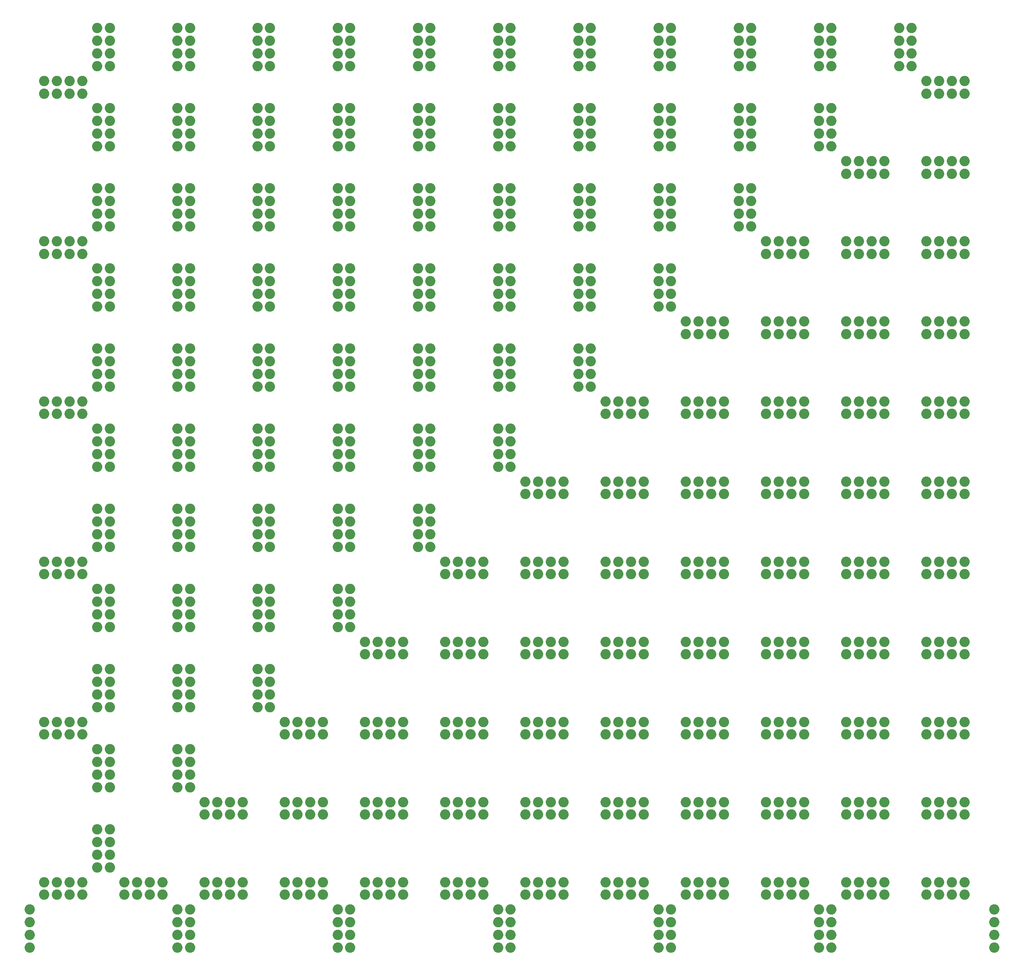
<source format=gbs>
G04 DipTrace 2.4.0.2*
%IN144xAPA102Cx16mm.gbs*%
%MOMM*%
%ADD31C,2.05*%
%FSLAX53Y53*%
G04*
G71*
G90*
G75*
G01*
%LNBotMask*%
%LPD*%
D31*
X11250Y16730D3*
Y19270D3*
Y14190D3*
Y21810D3*
X203750Y16730D3*
Y19270D3*
Y14190D3*
Y21810D3*
X19270Y27250D3*
Y24750D3*
X16730Y27250D3*
Y24750D3*
X21810Y27250D3*
Y24750D3*
X14190Y27250D3*
Y24750D3*
X27250Y32730D3*
X24750D3*
X27250Y35270D3*
X24750D3*
X27250Y30190D3*
X24750D3*
X27250Y37810D3*
X24750D3*
X32730Y24750D3*
Y27250D3*
X35270Y24750D3*
Y27250D3*
X30190Y24750D3*
Y27250D3*
X37810Y24750D3*
Y27250D3*
X43250Y16730D3*
X40750D3*
X43250Y19270D3*
X40750D3*
X43250Y14190D3*
X40750D3*
X43250Y21810D3*
X40750D3*
X51270Y27250D3*
Y24750D3*
X48730Y27250D3*
Y24750D3*
X53810Y27250D3*
Y24750D3*
X46190Y27250D3*
Y24750D3*
X51270Y43250D3*
Y40750D3*
X48730Y43250D3*
Y40750D3*
X53810Y43250D3*
Y40750D3*
X46190Y43250D3*
Y40750D3*
X40750Y51270D3*
X43250D3*
X40750Y48730D3*
X43250D3*
X40750Y53810D3*
X43250D3*
X40750Y46190D3*
X43250D3*
X24750Y51270D3*
X27250D3*
X24750Y48730D3*
X27250D3*
X24750Y53810D3*
X27250D3*
X24750Y46190D3*
X27250D3*
X19270Y59250D3*
Y56750D3*
X16730Y59250D3*
Y56750D3*
X21810Y59250D3*
Y56750D3*
X14190Y59250D3*
Y56750D3*
X27250Y64730D3*
X24750D3*
X27250Y67270D3*
X24750D3*
X27250Y62190D3*
X24750D3*
X27250Y69810D3*
X24750D3*
X43250Y64730D3*
X40750D3*
X43250Y67270D3*
X40750D3*
X43250Y62190D3*
X40750D3*
X43250Y69810D3*
X40750D3*
X59250Y64730D3*
X56750D3*
X59250Y67270D3*
X56750D3*
X59250Y62190D3*
X56750D3*
X59250Y69810D3*
X56750D3*
X64730Y56750D3*
Y59250D3*
X67270Y56750D3*
Y59250D3*
X62190Y56750D3*
Y59250D3*
X69810Y56750D3*
Y59250D3*
X64730Y40750D3*
Y43250D3*
X67270Y40750D3*
Y43250D3*
X62190Y40750D3*
Y43250D3*
X69810Y40750D3*
Y43250D3*
X64730Y24750D3*
Y27250D3*
X67270Y24750D3*
Y27250D3*
X62190Y24750D3*
Y27250D3*
X69810Y24750D3*
Y27250D3*
X75250Y16730D3*
X72750D3*
X75250Y19270D3*
X72750D3*
X75250Y14190D3*
X72750D3*
X75250Y21810D3*
X72750D3*
X83270Y27250D3*
Y24750D3*
X80730Y27250D3*
Y24750D3*
X85810Y27250D3*
Y24750D3*
X78190Y27250D3*
Y24750D3*
X83270Y43250D3*
Y40750D3*
X80730Y43250D3*
Y40750D3*
X85810Y43250D3*
Y40750D3*
X78190Y43250D3*
Y40750D3*
X83270Y59250D3*
Y56750D3*
X80730Y59250D3*
Y56750D3*
X85810Y59250D3*
Y56750D3*
X78190Y59250D3*
Y56750D3*
X83270Y75250D3*
Y72750D3*
X80730Y75250D3*
Y72750D3*
X85810Y75250D3*
Y72750D3*
X78190Y75250D3*
Y72750D3*
X72750Y83270D3*
X75250D3*
X72750Y80730D3*
X75250D3*
X72750Y85810D3*
X75250D3*
X72750Y78190D3*
X75250D3*
X56750Y83270D3*
X59250D3*
X56750Y80730D3*
X59250D3*
X56750Y85810D3*
X59250D3*
X56750Y78190D3*
X59250D3*
X40750Y83270D3*
X43250D3*
X40750Y80730D3*
X43250D3*
X40750Y85810D3*
X43250D3*
X40750Y78190D3*
X43250D3*
X24750Y83270D3*
X27250D3*
X24750Y80730D3*
X27250D3*
X24750Y85810D3*
X27250D3*
X24750Y78190D3*
X27250D3*
X19270Y91250D3*
Y88750D3*
X16730Y91250D3*
Y88750D3*
X21810Y91250D3*
Y88750D3*
X14190Y91250D3*
Y88750D3*
X27250Y96730D3*
X24750D3*
X27250Y99270D3*
X24750D3*
X27250Y94190D3*
X24750D3*
X27250Y101810D3*
X24750D3*
X43250Y96730D3*
X40750D3*
X43250Y99270D3*
X40750D3*
X43250Y94190D3*
X40750D3*
X43250Y101810D3*
X40750D3*
X59250Y96730D3*
X56750D3*
X59250Y99270D3*
X56750D3*
X59250Y94190D3*
X56750D3*
X59250Y101810D3*
X56750D3*
X75250Y96730D3*
X72750D3*
X75250Y99270D3*
X72750D3*
X75250Y94190D3*
X72750D3*
X75250Y101810D3*
X72750D3*
X91250Y96730D3*
X88750D3*
X91250Y99270D3*
X88750D3*
X91250Y94190D3*
X88750D3*
X91250Y101810D3*
X88750D3*
X96730Y88750D3*
Y91250D3*
X99270Y88750D3*
Y91250D3*
X94190Y88750D3*
Y91250D3*
X101810Y88750D3*
Y91250D3*
X96730Y72750D3*
Y75250D3*
X99270Y72750D3*
Y75250D3*
X94190Y72750D3*
Y75250D3*
X101810Y72750D3*
Y75250D3*
X96730Y56750D3*
Y59250D3*
X99270Y56750D3*
Y59250D3*
X94190Y56750D3*
Y59250D3*
X101810Y56750D3*
Y59250D3*
X96730Y40750D3*
Y43250D3*
X99270Y40750D3*
Y43250D3*
X94190Y40750D3*
Y43250D3*
X101810Y40750D3*
Y43250D3*
X96730Y24750D3*
Y27250D3*
X99270Y24750D3*
Y27250D3*
X94190Y24750D3*
Y27250D3*
X101810Y24750D3*
Y27250D3*
X107250Y16730D3*
X104750D3*
X107250Y19270D3*
X104750D3*
X107250Y14190D3*
X104750D3*
X107250Y21810D3*
X104750D3*
X115270Y27250D3*
Y24750D3*
X112730Y27250D3*
Y24750D3*
X117810Y27250D3*
Y24750D3*
X110190Y27250D3*
Y24750D3*
X115270Y43250D3*
Y40750D3*
X112730Y43250D3*
Y40750D3*
X117810Y43250D3*
Y40750D3*
X110190Y43250D3*
Y40750D3*
X115270Y59250D3*
Y56750D3*
X112730Y59250D3*
Y56750D3*
X117810Y59250D3*
Y56750D3*
X110190Y59250D3*
Y56750D3*
X115270Y75250D3*
Y72750D3*
X112730Y75250D3*
Y72750D3*
X117810Y75250D3*
Y72750D3*
X110190Y75250D3*
Y72750D3*
X115270Y91250D3*
Y88750D3*
X112730Y91250D3*
Y88750D3*
X117810Y91250D3*
Y88750D3*
X110190Y91250D3*
Y88750D3*
X115270Y107250D3*
Y104750D3*
X112730Y107250D3*
Y104750D3*
X117810Y107250D3*
Y104750D3*
X110190Y107250D3*
Y104750D3*
X104750Y115270D3*
X107250D3*
X104750Y112730D3*
X107250D3*
X104750Y117810D3*
X107250D3*
X104750Y110190D3*
X107250D3*
X88750Y115270D3*
X91250D3*
X88750Y112730D3*
X91250D3*
X88750Y117810D3*
X91250D3*
X88750Y110190D3*
X91250D3*
X72750Y115270D3*
X75250D3*
X72750Y112730D3*
X75250D3*
X72750Y117810D3*
X75250D3*
X72750Y110190D3*
X75250D3*
X56750Y115270D3*
X59250D3*
X56750Y112730D3*
X59250D3*
X56750Y117810D3*
X59250D3*
X56750Y110190D3*
X59250D3*
X40750Y115270D3*
X43250D3*
X40750Y112730D3*
X43250D3*
X40750Y117810D3*
X43250D3*
X40750Y110190D3*
X43250D3*
X24750Y115270D3*
X27250D3*
X24750Y112730D3*
X27250D3*
X24750Y117810D3*
X27250D3*
X24750Y110190D3*
X27250D3*
X19270Y123250D3*
Y120750D3*
X16730Y123250D3*
Y120750D3*
X21810Y123250D3*
Y120750D3*
X14190Y123250D3*
Y120750D3*
X27250Y128730D3*
X24750D3*
X27250Y131270D3*
X24750D3*
X27250Y126190D3*
X24750D3*
X27250Y133810D3*
X24750D3*
X43250Y128730D3*
X40750D3*
X43250Y131270D3*
X40750D3*
X43250Y126190D3*
X40750D3*
X43250Y133810D3*
X40750D3*
X59250Y128730D3*
X56750D3*
X59250Y131270D3*
X56750D3*
X59250Y126190D3*
X56750D3*
X59250Y133810D3*
X56750D3*
X75250Y128730D3*
X72750D3*
X75250Y131270D3*
X72750D3*
X75250Y126190D3*
X72750D3*
X75250Y133810D3*
X72750D3*
X91250Y128730D3*
X88750D3*
X91250Y131270D3*
X88750D3*
X91250Y126190D3*
X88750D3*
X91250Y133810D3*
X88750D3*
X107250Y128730D3*
X104750D3*
X107250Y131270D3*
X104750D3*
X107250Y126190D3*
X104750D3*
X107250Y133810D3*
X104750D3*
X123250Y128730D3*
X120750D3*
X123250Y131270D3*
X120750D3*
X123250Y126190D3*
X120750D3*
X123250Y133810D3*
X120750D3*
X128730Y120750D3*
Y123250D3*
X131270Y120750D3*
Y123250D3*
X126190Y120750D3*
Y123250D3*
X133810Y120750D3*
Y123250D3*
X128730Y104750D3*
Y107250D3*
X131270Y104750D3*
Y107250D3*
X126190Y104750D3*
Y107250D3*
X133810Y104750D3*
Y107250D3*
X128730Y88750D3*
Y91250D3*
X131270Y88750D3*
Y91250D3*
X126190Y88750D3*
Y91250D3*
X133810Y88750D3*
Y91250D3*
X128730Y72750D3*
Y75250D3*
X131270Y72750D3*
Y75250D3*
X126190Y72750D3*
Y75250D3*
X133810Y72750D3*
Y75250D3*
X128730Y56750D3*
Y59250D3*
X131270Y56750D3*
Y59250D3*
X126190Y56750D3*
Y59250D3*
X133810Y56750D3*
Y59250D3*
X128730Y40750D3*
Y43250D3*
X131270Y40750D3*
Y43250D3*
X126190Y40750D3*
Y43250D3*
X133810Y40750D3*
Y43250D3*
X128730Y24750D3*
Y27250D3*
X131270Y24750D3*
Y27250D3*
X126190Y24750D3*
Y27250D3*
X133810Y24750D3*
Y27250D3*
X139250Y16730D3*
X136750D3*
X139250Y19270D3*
X136750D3*
X139250Y14190D3*
X136750D3*
X139250Y21810D3*
X136750D3*
X147270Y27250D3*
Y24750D3*
X144730Y27250D3*
Y24750D3*
X149810Y27250D3*
Y24750D3*
X142190Y27250D3*
Y24750D3*
X147270Y43250D3*
Y40750D3*
X144730Y43250D3*
Y40750D3*
X149810Y43250D3*
Y40750D3*
X142190Y43250D3*
Y40750D3*
X147270Y59250D3*
Y56750D3*
X144730Y59250D3*
Y56750D3*
X149810Y59250D3*
Y56750D3*
X142190Y59250D3*
Y56750D3*
X147270Y75250D3*
Y72750D3*
X144730Y75250D3*
Y72750D3*
X149810Y75250D3*
Y72750D3*
X142190Y75250D3*
Y72750D3*
X147270Y91250D3*
Y88750D3*
X144730Y91250D3*
Y88750D3*
X149810Y91250D3*
Y88750D3*
X142190Y91250D3*
Y88750D3*
X147270Y107250D3*
Y104750D3*
X144730Y107250D3*
Y104750D3*
X149810Y107250D3*
Y104750D3*
X142190Y107250D3*
Y104750D3*
X147270Y123250D3*
Y120750D3*
X144730Y123250D3*
Y120750D3*
X149810Y123250D3*
Y120750D3*
X142190Y123250D3*
Y120750D3*
X147270Y139250D3*
Y136750D3*
X144730Y139250D3*
Y136750D3*
X149810Y139250D3*
Y136750D3*
X142190Y139250D3*
Y136750D3*
X136750Y147270D3*
X139250D3*
X136750Y144730D3*
X139250D3*
X136750Y149810D3*
X139250D3*
X136750Y142190D3*
X139250D3*
X120750Y147270D3*
X123250D3*
X120750Y144730D3*
X123250D3*
X120750Y149810D3*
X123250D3*
X120750Y142190D3*
X123250D3*
X104750Y147270D3*
X107250D3*
X104750Y144730D3*
X107250D3*
X104750Y149810D3*
X107250D3*
X104750Y142190D3*
X107250D3*
X88750Y147270D3*
X91250D3*
X88750Y144730D3*
X91250D3*
X88750Y149810D3*
X91250D3*
X88750Y142190D3*
X91250D3*
X72750Y147270D3*
X75250D3*
X72750Y144730D3*
X75250D3*
X72750Y149810D3*
X75250D3*
X72750Y142190D3*
X75250D3*
X56750Y147270D3*
X59250D3*
X56750Y144730D3*
X59250D3*
X56750Y149810D3*
X59250D3*
X56750Y142190D3*
X59250D3*
X40750Y147270D3*
X43250D3*
X40750Y144730D3*
X43250D3*
X40750Y149810D3*
X43250D3*
X40750Y142190D3*
X43250D3*
X24750Y147270D3*
X27250D3*
X24750Y144730D3*
X27250D3*
X24750Y149810D3*
X27250D3*
X24750Y142190D3*
X27250D3*
X19270Y155250D3*
Y152750D3*
X16730Y155250D3*
Y152750D3*
X21810Y155250D3*
Y152750D3*
X14190Y155250D3*
Y152750D3*
X27250Y160730D3*
X24750D3*
X27250Y163270D3*
X24750D3*
X27250Y158190D3*
X24750D3*
X27250Y165810D3*
X24750D3*
X43250Y160730D3*
X40750D3*
X43250Y163270D3*
X40750D3*
X43250Y158190D3*
X40750D3*
X43250Y165810D3*
X40750D3*
X59250Y160730D3*
X56750D3*
X59250Y163270D3*
X56750D3*
X59250Y158190D3*
X56750D3*
X59250Y165810D3*
X56750D3*
X75250Y160730D3*
X72750D3*
X75250Y163270D3*
X72750D3*
X75250Y158190D3*
X72750D3*
X75250Y165810D3*
X72750D3*
X91250Y160730D3*
X88750D3*
X91250Y163270D3*
X88750D3*
X91250Y158190D3*
X88750D3*
X91250Y165810D3*
X88750D3*
X107250Y160730D3*
X104750D3*
X107250Y163270D3*
X104750D3*
X107250Y158190D3*
X104750D3*
X107250Y165810D3*
X104750D3*
X123250Y160730D3*
X120750D3*
X123250Y163270D3*
X120750D3*
X123250Y158190D3*
X120750D3*
X123250Y165810D3*
X120750D3*
X139250Y160730D3*
X136750D3*
X139250Y163270D3*
X136750D3*
X139250Y158190D3*
X136750D3*
X139250Y165810D3*
X136750D3*
X155250Y160730D3*
X152750D3*
X155250Y163270D3*
X152750D3*
X155250Y158190D3*
X152750D3*
X155250Y165810D3*
X152750D3*
X160730Y152750D3*
Y155250D3*
X163270Y152750D3*
Y155250D3*
X158190Y152750D3*
Y155250D3*
X165810Y152750D3*
Y155250D3*
X160730Y136750D3*
Y139250D3*
X163270Y136750D3*
Y139250D3*
X158190Y136750D3*
Y139250D3*
X165810Y136750D3*
Y139250D3*
X160730Y120750D3*
Y123250D3*
X163270Y120750D3*
Y123250D3*
X158190Y120750D3*
Y123250D3*
X165810Y120750D3*
Y123250D3*
X160730Y104750D3*
Y107250D3*
X163270Y104750D3*
Y107250D3*
X158190Y104750D3*
Y107250D3*
X165810Y104750D3*
Y107250D3*
X160730Y88750D3*
Y91250D3*
X163270Y88750D3*
Y91250D3*
X158190Y88750D3*
Y91250D3*
X165810Y88750D3*
Y91250D3*
X160730Y72750D3*
Y75250D3*
X163270Y72750D3*
Y75250D3*
X158190Y72750D3*
Y75250D3*
X165810Y72750D3*
Y75250D3*
X160730Y56750D3*
Y59250D3*
X163270Y56750D3*
Y59250D3*
X158190Y56750D3*
Y59250D3*
X165810Y56750D3*
Y59250D3*
X160730Y40750D3*
Y43250D3*
X163270Y40750D3*
Y43250D3*
X158190Y40750D3*
Y43250D3*
X165810Y40750D3*
Y43250D3*
X160730Y24750D3*
Y27250D3*
X163270Y24750D3*
Y27250D3*
X158190Y24750D3*
Y27250D3*
X165810Y24750D3*
Y27250D3*
X171250Y16730D3*
X168750D3*
X171250Y19270D3*
X168750D3*
X171250Y14190D3*
X168750D3*
X171250Y21810D3*
X168750D3*
X179270Y27250D3*
Y24750D3*
X176730Y27250D3*
Y24750D3*
X181810Y27250D3*
Y24750D3*
X174190Y27250D3*
Y24750D3*
X179270Y43250D3*
Y40750D3*
X176730Y43250D3*
Y40750D3*
X181810Y43250D3*
Y40750D3*
X174190Y43250D3*
Y40750D3*
X179270Y59250D3*
Y56750D3*
X176730Y59250D3*
Y56750D3*
X181810Y59250D3*
Y56750D3*
X174190Y59250D3*
Y56750D3*
X179270Y75250D3*
Y72750D3*
X176730Y75250D3*
Y72750D3*
X181810Y75250D3*
Y72750D3*
X174190Y75250D3*
Y72750D3*
X179270Y91250D3*
Y88750D3*
X176730Y91250D3*
Y88750D3*
X181810Y91250D3*
Y88750D3*
X174190Y91250D3*
Y88750D3*
X179270Y107250D3*
Y104750D3*
X176730Y107250D3*
Y104750D3*
X181810Y107250D3*
Y104750D3*
X174190Y107250D3*
Y104750D3*
X179270Y123250D3*
Y120750D3*
X176730Y123250D3*
Y120750D3*
X181810Y123250D3*
Y120750D3*
X174190Y123250D3*
Y120750D3*
X179270Y139250D3*
Y136750D3*
X176730Y139250D3*
Y136750D3*
X181810Y139250D3*
Y136750D3*
X174190Y139250D3*
Y136750D3*
X179270Y155250D3*
Y152750D3*
X176730Y155250D3*
Y152750D3*
X181810Y155250D3*
Y152750D3*
X174190Y155250D3*
Y152750D3*
X179270Y171250D3*
Y168750D3*
X176730Y171250D3*
Y168750D3*
X181810Y171250D3*
Y168750D3*
X174190Y171250D3*
Y168750D3*
X168750Y179270D3*
X171250D3*
X168750Y176730D3*
X171250D3*
X168750Y181810D3*
X171250D3*
X168750Y174190D3*
X171250D3*
X152750Y179270D3*
X155250D3*
X152750Y176730D3*
X155250D3*
X152750Y181810D3*
X155250D3*
X152750Y174190D3*
X155250D3*
X136750Y179270D3*
X139250D3*
X136750Y176730D3*
X139250D3*
X136750Y181810D3*
X139250D3*
X136750Y174190D3*
X139250D3*
X120750Y179270D3*
X123250D3*
X120750Y176730D3*
X123250D3*
X120750Y181810D3*
X123250D3*
X120750Y174190D3*
X123250D3*
X104750Y179270D3*
X107250D3*
X104750Y176730D3*
X107250D3*
X104750Y181810D3*
X107250D3*
X104750Y174190D3*
X107250D3*
X88750Y179270D3*
X91250D3*
X88750Y176730D3*
X91250D3*
X88750Y181810D3*
X91250D3*
X88750Y174190D3*
X91250D3*
X72750Y179270D3*
X75250D3*
X72750Y176730D3*
X75250D3*
X72750Y181810D3*
X75250D3*
X72750Y174190D3*
X75250D3*
X56750Y179270D3*
X59250D3*
X56750Y176730D3*
X59250D3*
X56750Y181810D3*
X59250D3*
X56750Y174190D3*
X59250D3*
X40750Y179270D3*
X43250D3*
X40750Y176730D3*
X43250D3*
X40750Y181810D3*
X43250D3*
X40750Y174190D3*
X43250D3*
X24750Y179270D3*
X27250D3*
X24750Y176730D3*
X27250D3*
X24750Y181810D3*
X27250D3*
X24750Y174190D3*
X27250D3*
X19270Y187250D3*
Y184750D3*
X16730Y187250D3*
Y184750D3*
X21810Y187250D3*
Y184750D3*
X14190Y187250D3*
Y184750D3*
X27250Y192730D3*
X24750D3*
X27250Y195270D3*
X24750D3*
X27250Y190190D3*
X24750D3*
X27250Y197810D3*
X24750D3*
X43250Y192730D3*
X40750D3*
X43250Y195270D3*
X40750D3*
X43250Y190190D3*
X40750D3*
X43250Y197810D3*
X40750D3*
X59250Y192730D3*
X56750D3*
X59250Y195270D3*
X56750D3*
X59250Y190190D3*
X56750D3*
X59250Y197810D3*
X56750D3*
X75250Y192730D3*
X72750D3*
X75250Y195270D3*
X72750D3*
X75250Y190190D3*
X72750D3*
X75250Y197810D3*
X72750D3*
X91250Y192730D3*
X88750D3*
X91250Y195270D3*
X88750D3*
X91250Y190190D3*
X88750D3*
X91250Y197810D3*
X88750D3*
X107250Y192730D3*
X104750D3*
X107250Y195270D3*
X104750D3*
X107250Y190190D3*
X104750D3*
X107250Y197810D3*
X104750D3*
X123250Y192730D3*
X120750D3*
X123250Y195270D3*
X120750D3*
X123250Y190190D3*
X120750D3*
X123250Y197810D3*
X120750D3*
X139250Y192730D3*
X136750D3*
X139250Y195270D3*
X136750D3*
X139250Y190190D3*
X136750D3*
X139250Y197810D3*
X136750D3*
X155250Y192730D3*
X152750D3*
X155250Y195270D3*
X152750D3*
X155250Y190190D3*
X152750D3*
X155250Y197810D3*
X152750D3*
X171250Y192730D3*
X168750D3*
X171250Y195270D3*
X168750D3*
X171250Y190190D3*
X168750D3*
X171250Y197810D3*
X168750D3*
X187250Y192730D3*
X184750D3*
X187250Y195270D3*
X184750D3*
X187250Y190190D3*
X184750D3*
X187250Y197810D3*
X184750D3*
X192730Y184750D3*
Y187250D3*
X195270Y184750D3*
Y187250D3*
X190190Y184750D3*
Y187250D3*
X197810Y184750D3*
Y187250D3*
X192730Y168750D3*
Y171250D3*
X195270Y168750D3*
Y171250D3*
X190190Y168750D3*
Y171250D3*
X197810Y168750D3*
Y171250D3*
X192730Y152750D3*
Y155250D3*
X195270Y152750D3*
Y155250D3*
X190190Y152750D3*
Y155250D3*
X197810Y152750D3*
Y155250D3*
X192730Y136750D3*
Y139250D3*
X195270Y136750D3*
Y139250D3*
X190190Y136750D3*
Y139250D3*
X197810Y136750D3*
Y139250D3*
X192730Y120750D3*
Y123250D3*
X195270Y120750D3*
Y123250D3*
X190190Y120750D3*
Y123250D3*
X197810Y120750D3*
Y123250D3*
X192730Y104750D3*
Y107250D3*
X195270Y104750D3*
Y107250D3*
X190190Y104750D3*
Y107250D3*
X197810Y104750D3*
Y107250D3*
X192730Y88750D3*
Y91250D3*
X195270Y88750D3*
Y91250D3*
X190190Y88750D3*
Y91250D3*
X197810Y88750D3*
Y91250D3*
X192730Y72750D3*
Y75250D3*
X195270Y72750D3*
Y75250D3*
X190190Y72750D3*
Y75250D3*
X197810Y72750D3*
Y75250D3*
X192730Y56750D3*
Y59250D3*
X195270Y56750D3*
Y59250D3*
X190190Y56750D3*
Y59250D3*
X197810Y56750D3*
Y59250D3*
X192730Y40750D3*
Y43250D3*
X195270Y40750D3*
Y43250D3*
X190190Y40750D3*
Y43250D3*
X197810Y40750D3*
Y43250D3*
X192730Y24750D3*
Y27250D3*
X195270Y24750D3*
Y27250D3*
X190190Y24750D3*
Y27250D3*
X197810Y24750D3*
Y27250D3*
M02*

</source>
